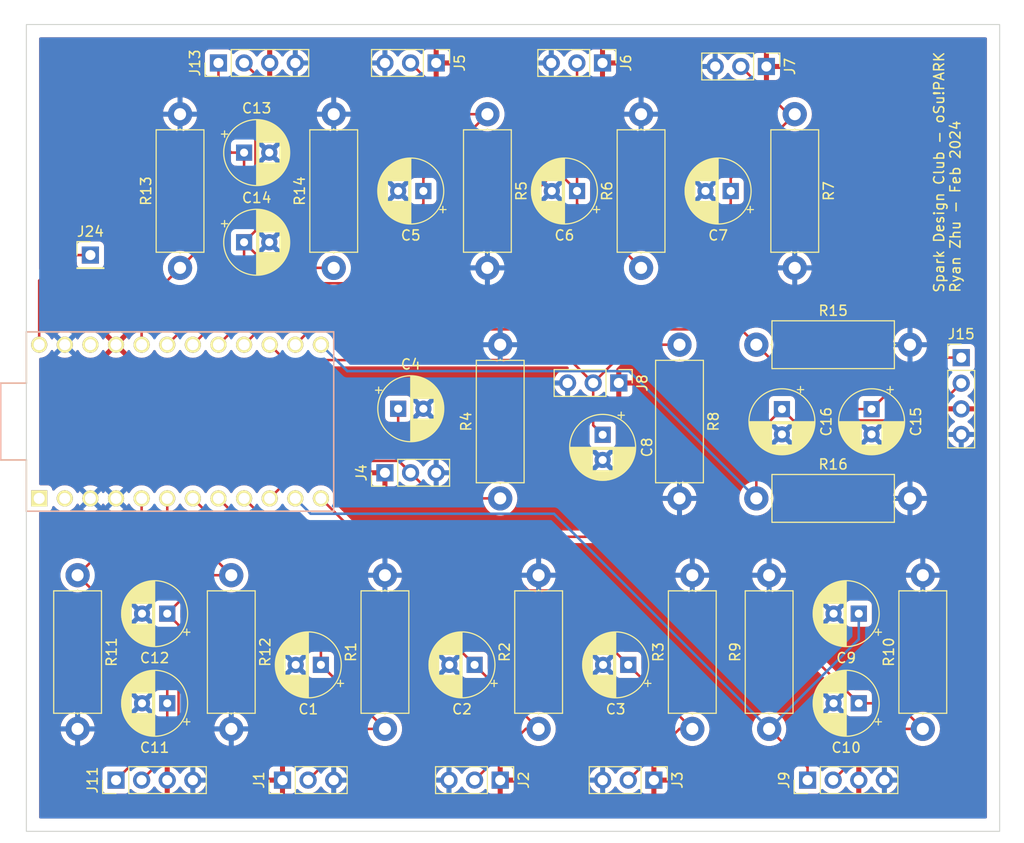
<source format=kicad_pcb>
(kicad_pcb (version 20221018) (generator pcbnew)
  (layers (0 "F.Cu" signal) (31 "B.Cu" signal) (34 "B.Paste" user) (35 "F.Paste" user) (36 "B.SilkS" user "B.Silkscreen") (37 "F.SilkS" user "F.Silkscreen") (38 "B.Mask" user) (39 "F.Mask" user) (44 "Edge.Cuts" user))
  (net 0 "")
  (net 1 "/Button_debouncer/Vout")
  (net 2 "GND")
  (net 3 "/Button_debouncer1/Vout")
  (net 4 "/Button_debouncer2/Vout")
  (net 5 "/Button_debouncer3/Vout")
  (net 6 "/Button_debouncer7/Vout")
  (net 7 "/Button_debouncer4/Vout")
  (net 8 "/Button_debouncer5/Vout")
  (net 9 "/Button_debouncer6/Vout")
  (net 10 "/Rotary Encoder/V_A")
  (net 11 "/Rotary Encoder/V_B")
  (net 12 "/Rotary Encoder1/V_A")
  (net 13 "/Rotary Encoder1/V_B")
  (net 14 "/Rotary Encoder2/V_A")
  (net 15 "/Rotary Encoder2/V_B")
  (net 16 "/Rotary Encoder3/V_A")
  (net 17 "/Rotary Encoder3/V_B")
  (net 18 "VCC")
  (net 22 "Net-(J24-Pin_1)")
  (footprint "Resistor_THT:R_Axial_DIN0414_L11.9mm_D4.5mm_P15.24mm_Horizontal" (layer "F.Cu") (at 167.64 132.08 90)
    (fp_text reference "R3" (at 7.62 -3.37 90) (layer "F.SilkS"))
    (fp_text value "R")
    (pad "1" thru_hole circle (at 0 0 90) (size 2.4 2.4) (drill 1.2) (layers "*.Cu" "*.Mask") (net 4 "/Button_debouncer2/Vout"))
    (pad "2" thru_hole oval (at 15.24 0 90) (size 2.4 2.4) (drill 1.2) (layers "*.Cu" "*.Mask") (net 2 "GND"))
  )
  (footprint "Capacitor_THT:CP_Radial_D6.3mm_P2.50mm" (layer "F.Cu") (at 185.42 100.37 -90)
    (fp_text reference "C15" (at 1.25 -4.4 90) (layer "F.SilkS"))
    (fp_text value "C_Polarized_US")
    (pad "1" thru_hole rect (at 0 0 270) (size 1.6 1.6) (drill 0.8) (layers "*.Cu" "*.Mask") (net 16 "/Rotary Encoder3/V_A"))
    (pad "2" thru_hole circle (at 2.5 0 270) (size 1.6 1.6) (drill 0.8) (layers "*.Cu" "*.Mask") (net 2 "GND"))
  )
  (footprint "Capacitor_THT:CP_Radial_D6.3mm_P2.50mm" (layer "F.Cu") (at 138.47 100.33)
    (fp_text reference "C4" (at 1.25 -4.4) (layer "F.SilkS"))
    (fp_text value "C_Polarized_US")
    (pad "1" thru_hole rect (at 0 0) (size 1.6 1.6) (drill 0.8) (layers "*.Cu" "*.Mask") (net 5 "/Button_debouncer3/Vout"))
    (pad "2" thru_hole circle (at 2.5 0) (size 1.6 1.6) (drill 0.8) (layers "*.Cu" "*.Mask") (net 2 "GND"))
  )
  (footprint "Connector_PinHeader_2.54mm:PinHeader_1x01_P2.54mm_Vertical" (layer "F.Cu") (at 107.95 85.09)
    (fp_text reference "J24" (at 0 -2.33) (layer "F.SilkS"))
    (fp_text value "Conn_01x01_Pin")
    (pad "1" thru_hole rect (at 0 0) (size 1.7 1.7) (drill 1) (layers "*.Cu" "*.Mask") (net 22 "Net-(J24-Pin_1)"))
  )
  (footprint "Capacitor_THT:CP_Radial_D6.3mm_P2.50mm" (layer "F.Cu") (at 156.21 78.74 180)
    (fp_text reference "C6" (at 1.25 -4.4) (layer "F.SilkS"))
    (fp_text value "C_Polarized_US")
    (pad "1" thru_hole rect (at 0 0 180) (size 1.6 1.6) (drill 0.8) (layers "*.Cu" "*.Mask") (net 8 "/Button_debouncer5/Vout"))
    (pad "2" thru_hole circle (at 2.5 0 180) (size 1.6 1.6) (drill 0.8) (layers "*.Cu" "*.Mask") (net 2 "GND"))
  )
  (footprint "Resistor_THT:R_Axial_DIN0414_L11.9mm_D4.5mm_P15.24mm_Horizontal" (layer "F.Cu") (at 152.4 132.08 90)
    (fp_text reference "R2" (at 7.62 -3.37 90) (layer "F.SilkS"))
    (fp_text value "R")
    (pad "1" thru_hole circle (at 0 0 90) (size 2.4 2.4) (drill 1.2) (layers "*.Cu" "*.Mask") (net 3 "/Button_debouncer1/Vout"))
    (pad "2" thru_hole oval (at 15.24 0 90) (size 2.4 2.4) (drill 1.2) (layers "*.Cu" "*.Mask") (net 2 "GND"))
  )
  (footprint "Capacitor_THT:CP_Radial_D6.3mm_P2.50mm" (layer "F.Cu") (at 123.19 83.82)
    (fp_text reference "C14" (at 1.25 -4.4) (layer "F.SilkS"))
    (fp_text value "C_Polarized_US")
    (pad "1" thru_hole rect (at 0 0) (size 1.6 1.6) (drill 0.8) (layers "*.Cu" "*.Mask") (net 15 "/Rotary Encoder2/V_B"))
    (pad "2" thru_hole circle (at 2.5 0) (size 1.6 1.6) (drill 0.8) (layers "*.Cu" "*.Mask") (net 2 "GND"))
  )
  (footprint "Capacitor_THT:CP_Radial_D6.3mm_P2.50mm" (layer "F.Cu") (at 184.15 129.54 180)
    (fp_text reference "C10" (at 1.25 -4.4) (layer "F.SilkS"))
    (fp_text value "C_Polarized_US")
    (pad "1" thru_hole rect (at 0 0 180) (size 1.6 1.6) (drill 0.8) (layers "*.Cu" "*.Mask") (net 11 "/Rotary Encoder/V_B"))
    (pad "2" thru_hole circle (at 2.5 0 180) (size 1.6 1.6) (drill 0.8) (layers "*.Cu" "*.Mask") (net 2 "GND"))
  )
  (footprint "Connector_PinHeader_2.54mm:PinHeader_1x03_P2.54mm_Vertical" (layer "F.Cu") (at 127 137.16 90)
    (fp_text reference "J1" (at 0 -2.33 90) (layer "F.SilkS"))
    (fp_text value "Conn_01x03_Pin")
    (pad "1" thru_hole rect (at 0 0 90) (size 1.7 1.7) (drill 1) (layers "*.Cu" "*.Mask") (net 18 "VCC"))
    (pad "2" thru_hole oval (at 0 2.54 90) (size 1.7 1.7) (drill 1) (layers "*.Cu" "*.Mask") (net 1 "/Button_debouncer/Vout"))
    (pad "3" thru_hole oval (at 0 5.08 90) (size 1.7 1.7) (drill 1) (layers "*.Cu" "*.Mask") (net 2 "GND"))
  )
  (footprint "Resistor_THT:R_Axial_DIN0414_L11.9mm_D4.5mm_P15.24mm_Horizontal" (layer "F.Cu") (at 116.84 86.36 90)
    (fp_text reference "R13" (at 7.62 -3.37 90) (layer "F.SilkS"))
    (fp_text value "R")
    (pad "1" thru_hole circle (at 0 0 90) (size 2.4 2.4) (drill 1.2) (layers "*.Cu" "*.Mask") (net 14 "/Rotary Encoder2/V_A"))
    (pad "2" thru_hole oval (at 15.24 0 90) (size 2.4 2.4) (drill 1.2) (layers "*.Cu" "*.Mask") (net 2 "GND"))
  )
  (footprint "Capacitor_THT:CP_Radial_D6.3mm_P2.50mm" (layer "F.Cu") (at 123.19 74.93)
    (fp_text reference "C13" (at 1.25 -4.4) (layer "F.SilkS"))
    (fp_text value "C_Polarized_US")
    (pad "1" thru_hole rect (at 0 0) (size 1.6 1.6) (drill 0.8) (layers "*.Cu" "*.Mask") (net 14 "/Rotary Encoder2/V_A"))
    (pad "2" thru_hole circle (at 2.5 0) (size 1.6 1.6) (drill 0.8) (layers "*.Cu" "*.Mask") (net 2 "GND"))
  )
  (footprint "Resistor_THT:R_Axial_DIN0414_L11.9mm_D4.5mm_P15.24mm_Horizontal" (layer "F.Cu") (at 106.68 116.84 -90)
    (fp_text reference "R11" (at 7.62 -3.37 90) (layer "F.SilkS"))
    (fp_text value "R")
    (pad "1" thru_hole circle (at 0 0 270) (size 2.4 2.4) (drill 1.2) (layers "*.Cu" "*.Mask") (net 12 "/Rotary Encoder1/V_A"))
    (pad "2" thru_hole oval (at 15.24 0 270) (size 2.4 2.4) (drill 1.2) (layers "*.Cu" "*.Mask") (net 2 "GND"))
  )
  (footprint "Resistor_THT:R_Axial_DIN0414_L11.9mm_D4.5mm_P15.24mm_Horizontal" (layer "F.Cu") (at 166.37 93.98 -90)
    (fp_text reference "R8" (at 7.62 -3.37 90) (layer "F.SilkS"))
    (fp_text value "R")
    (pad "1" thru_hole circle (at 0 0 270) (size 2.4 2.4) (drill 1.2) (layers "*.Cu" "*.Mask") (net 6 "/Button_debouncer7/Vout"))
    (pad "2" thru_hole oval (at 15.24 0 270) (size 2.4 2.4) (drill 1.2) (layers "*.Cu" "*.Mask") (net 2 "GND"))
  )
  (footprint "Capacitor_THT:CP_Radial_D6.3mm_P2.50mm" (layer "F.Cu") (at 140.97 78.74 180)
    (fp_text reference "C5" (at 1.25 -4.4) (layer "F.SilkS"))
    (fp_text value "C_Polarized_US")
    (pad "1" thru_hole rect (at 0 0 180) (size 1.6 1.6) (drill 0.8) (layers "*.Cu" "*.Mask") (net 7 "/Button_debouncer4/Vout"))
    (pad "2" thru_hole circle (at 2.5 0 180) (size 1.6 1.6) (drill 0.8) (layers "*.Cu" "*.Mask") (net 2 "GND"))
  )
  (footprint "Resistor_THT:R_Axial_DIN0414_L11.9mm_D4.5mm_P15.24mm_Horizontal" (layer "F.Cu") (at 175.26 132.08 90)
    (fp_text reference "R9" (at 7.62 -3.37 90) (layer "F.SilkS"))
    (fp_text value "R")
    (pad "1" thru_hole circle (at 0 0 90) (size 2.4 2.4) (drill 1.2) (layers "*.Cu" "*.Mask") (net 10 "/Rotary Encoder/V_A"))
    (pad "2" thru_hole oval (at 15.24 0 90) (size 2.4 2.4) (drill 1.2) (layers "*.Cu" "*.Mask") (net 2 "GND"))
  )
  (footprint "Resistor_THT:R_Axial_DIN0414_L11.9mm_D4.5mm_P15.24mm_Horizontal" (layer "F.Cu") (at 190.5 132.08 90)
    (fp_text reference "R10" (at 7.62 -3.37 90) (layer "F.SilkS"))
    (fp_text value "R")
    (pad "1" thru_hole circle (at 0 0 90) (size 2.4 2.4) (drill 1.2) (layers "*.Cu" "*.Mask") (net 11 "/Rotary Encoder/V_B"))
    (pad "2" thru_hole oval (at 15.24 0 90) (size 2.4 2.4) (drill 1.2) (layers "*.Cu" "*.Mask") (net 2 "GND"))
  )
  (footprint "Resistor_THT:R_Axial_DIN0414_L11.9mm_D4.5mm_P15.24mm_Horizontal" (layer "F.Cu") (at 132.08 86.36 90)
    (fp_text reference "R14" (at 7.62 -3.37 90) (layer "F.SilkS"))
    (fp_text value "R")
    (pad "1" thru_hole circle (at 0 0 90) (size 2.4 2.4) (drill 1.2) (layers "*.Cu" "*.Mask") (net 15 "/Rotary Encoder2/V_B"))
    (pad "2" thru_hole oval (at 15.24 0 90) (size 2.4 2.4) (drill 1.2) (layers "*.Cu" "*.Mask") (net 2 "GND"))
  )
  (footprint "Capacitor_THT:CP_Radial_D6.3mm_P2.50mm" (layer "F.Cu") (at 161.29 125.73 180)
    (fp_text reference "C3" (at 1.25 -4.4) (layer "F.SilkS"))
    (fp_text value "C_Polarized_US")
    (pad "1" thru_hole rect (at 0 0 180) (size 1.6 1.6) (drill 0.8) (layers "*.Cu" "*.Mask") (net 4 "/Button_debouncer2/Vout"))
    (pad "2" thru_hole circle (at 2.5 0 180) (size 1.6 1.6) (drill 0.8) (layers "*.Cu" "*.Mask") (net 2 "GND"))
  )
  (footprint "Resistor_THT:R_Axial_DIN0414_L11.9mm_D4.5mm_P15.24mm_Horizontal" (layer "F.Cu") (at 147.32 71.12 -90)
    (fp_text reference "R5" (at 7.62 -3.37 90) (layer "F.SilkS"))
    (fp_text value "R")
    (pad "1" thru_hole circle (at 0 0 270) (size 2.4 2.4) (drill 1.2) (layers "*.Cu" "*.Mask") (net 7 "/Button_debouncer4/Vout"))
    (pad "2" thru_hole oval (at 15.24 0 270) (size 2.4 2.4) (drill 1.2) (layers "*.Cu" "*.Mask") (net 2 "GND"))
  )
  (footprint "Resistor_THT:R_Axial_DIN0414_L11.9mm_D4.5mm_P15.24mm_Horizontal" (layer "F.Cu") (at 162.56 86.36 90)
    (fp_text reference "R6" (at 7.62 -3.37 90) (layer "F.SilkS"))
    (fp_text value "R")
    (pad "1" thru_hole circle (at 0 0 90) (size 2.4 2.4) (drill 1.2) (layers "*.Cu" "*.Mask") (net 8 "/Button_debouncer5/Vout"))
    (pad "2" thru_hole oval (at 15.24 0 90) (size 2.4 2.4) (drill 1.2) (layers "*.Cu" "*.Mask") (net 2 "GND"))
  )
  (footprint "Connector_PinHeader_2.54mm:PinHeader_1x04_P2.54mm_Vertical" (layer "F.Cu") (at 110.49 137.16 90)
    (fp_text reference "J11" (at 0 -2.33 90) (layer "F.SilkS"))
    (fp_text value "Conn_01x04_Pin")
    (pad "1" thru_hole rect (at 0 0 90) (size 1.7 1.7) (drill 1) (layers "*.Cu" "*.Mask") (net 12 "/Rotary Encoder1/V_A"))
    (pad "2" thru_hole oval (at 0 2.54 90) (size 1.7 1.7) (drill 1) (layers "*.Cu" "*.Mask") (net 13 "/Rotary Encoder1/V_B"))
    (pad "3" thru_hole oval (at 0 5.08 90) (size 1.7 1.7) (drill 1) (layers "*.Cu" "*.Mask") (net 18 "VCC"))
    (pad "4" thru_hole oval (at 0 7.62 90) (size 1.7 1.7) (drill 1) (layers "*.Cu" "*.Mask") (net 2 "GND"))
  )
  (footprint "Connector_PinHeader_2.54mm:PinHeader_1x04_P2.54mm_Vertical" (layer "F.Cu") (at 179.07 137.16 90)
    (fp_text reference "J9" (at 0 -2.33 90) (layer "F.SilkS"))
    (fp_text value "Conn_01x04_Pin")
    (pad "1" thru_hole rect (at 0 0 90) (size 1.7 1.7) (drill 1) (layers "*.Cu" "*.Mask") (net 10 "/Rotary Encoder/V_A"))
    (pad "2" thru_hole oval (at 0 2.54 90) (size 1.7 1.7) (drill 1) (layers "*.Cu" "*.Mask") (net 11 "/Rotary Encoder/V_B"))
    (pad "3" thru_hole oval (at 0 5.08 90) (size 1.7 1.7) (drill 1) (layers "*.Cu" "*.Mask") (net 18 "VCC"))
    (pad "4" thru_hole oval (at 0 7.62 90) (size 1.7 1.7) (drill 1) (layers "*.Cu" "*.Mask") (net 2 "GND"))
  )
  (footprint "Connector_PinHeader_2.54mm:PinHeader_1x03_P2.54mm_Vertical" (layer "F.Cu") (at 137.16 106.68 90)
    (fp_text reference "J4" (at 0 -2.33 90) (layer "F.SilkS"))
    (fp_text value "Conn_01x03_Pin")
    (pad "1" thru_hole rect (at 0 0 90) (size 1.7 1.7) (drill 1) (layers "*.Cu" "*.Mask") (net 18 "VCC"))
    (pad "2" thru_hole oval (at 0 2.54 90) (size 1.7 1.7) (drill 1) (layers "*.Cu" "*.Mask") (net 5 "/Button_debouncer3/Vout"))
    (pad "3" thru_hole oval (at 0 5.08 90) (size 1.7 1.7) (drill 1) (layers "*.Cu" "*.Mask") (net 2 "GND"))
  )
  (footprint "Resistor_THT:R_Axial_DIN0414_L11.9mm_D4.5mm_P15.24mm_Horizontal" (layer "F.Cu") (at 177.8 71.12 -90)
    (fp_text reference "R7" (at 7.62 -3.37 90) (layer "F.SilkS"))
    (fp_text value "R")
    (pad "1" thru_hole circle (at 0 0 270) (size 2.4 2.4) (drill 1.2) (layers "*.Cu" "*.Mask") (net 9 "/Button_debouncer6/Vout"))
    (pad "2" thru_hole oval (at 15.24 0 270) (size 2.4 2.4) (drill 1.2) (layers "*.Cu" "*.Mask") (net 2 "GND"))
  )
  (footprint "Capacitor_THT:CP_Radial_D6.3mm_P2.50mm" (layer "F.Cu") (at 146.05 125.73 180)
    (fp_text reference "C2" (at 1.25 -4.4) (layer "F.SilkS"))
    (fp_text value "C_Polarized_US")
    (pad "1" thru_hole rect (at 0 0 180) (size 1.6 1.6) (drill 0.8) (layers "*.Cu" "*.Mask") (net 3 "/Button_debouncer1/Vout"))
    (pad "2" thru_hole circle (at 2.5 0 180) (size 1.6 1.6) (drill 0.8) (layers "*.Cu" "*.Mask") (net 2 "GND"))
  )
  (footprint "Capacitor_THT:CP_Radial_D6.3mm_P2.50mm" (layer "F.Cu") (at 115.57 120.65 180)
    (fp_text reference "C12" (at 1.25 -4.4) (layer "F.SilkS"))
    (fp_text value "C_Polarized_US")
    (pad "1" thru_hole rect (at 0 0 180) (size 1.6 1.6) (drill 0.8) (layers "*.Cu" "*.Mask") (net 13 "/Rotary Encoder1/V_B"))
    (pad "2" thru_hole circle (at 2.5 0 180) (size 1.6 1.6) (drill 0.8) (layers "*.Cu" "*.Mask") (net 2 "GND"))
  )
  (footprint "Capacitor_THT:CP_Radial_D6.3mm_P2.50mm" (layer "F.Cu") (at 171.45 78.74 180)
    (fp_text reference "C7" (at 1.25 -4.4) (layer "F.SilkS"))
    (fp_text value "C_Polarized_US")
    (pad "1" thru_hole rect (at 0 0 180) (size 1.6 1.6) (drill 0.8) (layers "*.Cu" "*.Mask") (net 9 "/Button_debouncer6/Vout"))
    (pad "2" thru_hole circle (at 2.5 0 180) (size 1.6 1.6) (drill 0.8) (layers "*.Cu" "*.Mask") (net 2 "GND"))
  )
  (footprint "Capacitor_THT:CP_Radial_D6.3mm_P2.50mm" (layer "F.Cu") (at 115.57 129.54 180)
    (fp_text reference "C11" (at 1.25 -4.4) (layer "F.SilkS"))
    (fp_text value "C_Polarized_US")
    (pad "1" thru_hole rect (at 0 0 180) (size 1.6 1.6) (drill 0.8) (layers "*.Cu" "*.Mask") (net 12 "/Rotary Encoder1/V_A"))
    (pad "2" thru_hole circle (at 2.5 0 180) (size 1.6 1.6) (drill 0.8) (layers "*.Cu" "*.Mask") (net 2 "GND"))
  )
  (footprint "Capacitor_THT:CP_Radial_D6.3mm_P2.50mm" (layer "F.Cu") (at 176.53 100.37 -90)
    (fp_text reference "C16" (at 1.25 -4.4 90) (layer "F.SilkS"))
    (fp_text value "C_Polarized_US")
    (pad "1" thru_hole rect (at 0 0 270) (size 1.6 1.6) (drill 0.8) (layers "*.Cu" "*.Mask") (net 17 "/Rotary Encoder3/V_B"))
    (pad "2" thru_hole circle (at 2.5 0 270) (size 1.6 1.6) (drill 0.8) (layers "*.Cu" "*.Mask") (net 2 "GND"))
  )
  (footprint "Connector_PinHeader_2.54mm:PinHeader_1x03_P2.54mm_Vertical" (layer "F.Cu") (at 142.24 66.04 -90)
    (fp_text reference "J5" (at 0 -2.33 90) (layer "F.SilkS"))
    (fp_text value "Conn_01x03_Pin")
    (pad "1" thru_hole rect (at 0 0 270) (size 1.7 1.7) (drill 1) (layers "*.Cu" "*.Mask") (net 18 "VCC"))
    (pad "2" thru_hole oval (at 0 2.54 270) (size 1.7 1.7) (drill 1) (layers "*.Cu" "*.Mask") (net 7 "/Button_debouncer4/Vout"))
    (pad "3" thru_hole oval (at 0 5.08 270) (size 1.7 1.7) (drill 1) (layers "*.Cu" "*.Mask") (net 2 "GND"))
  )
  (footprint "arduino_pro_micro:ProMicro" (layer "F.Cu") (at 116.84 101.6)
    (fp_text reference "U1" hide)
    (fp_text value "ProMicro")
    (pad "1" thru_hole rect (at -13.97 7.62) (size 1.6 1.6) (drill 1.1) (layers "*.Cu" "*.Mask" "F.SilkS"))
    (pad "2" thru_hole circle (at -11.43 7.62) (size 1.6 1.6) (drill 1.1) (layers "*.Cu" "*.Mask" "F.SilkS"))
    (pad "3" thru_hole circle (at -8.89 7.62) (size 1.6 1.6) (drill 1.1) (layers "*.Cu" "*.Mask" "F.SilkS") (net 2 "GND"))
    (pad "4" thru_hole circle (at -6.35 7.62) (size 1.6 1.6) (drill 1.1) (layers "*.Cu" "*.Mask" "F.SilkS") (net 2 "GND"))
    (pad "5" thru_hole circle (at -3.81 7.62) (size 1.6 1.6) (drill 1.1) (layers "*.Cu" "*.Mask" "F.SilkS") (net 12 "/Rotary Encoder1/V_A"))
    (pad "6" thru_hole circle (at -1.27 7.62) (size 1.6 1.6) (drill 1.1) (layers "*.Cu" "*.Mask" "F.SilkS") (net 13 "/Rotary Encoder1/V_B"))
    (pad "7" thru_hole circle (at 1.27 7.62) (size 1.6 1.6) (drill 1.1) (layers "*.Cu" "*.Mask" "F.SilkS") (net 1 "/Button_debouncer/Vout"))
    (pad "8" thru_hole circle (at 3.81 7.62) (size 1.6 1.6) (drill 1.1) (layers "*.Cu" "*.Mask" "F.SilkS") (net 3 "/Button_debouncer1/Vout"))
    (pad "9" thru_hole circle (at 6.35 7.62) (size 1.6 1.6) (drill 1.1) (layers "*.Cu" "*.Mask" "F.SilkS") (net 4 "/Button_debouncer2/Vout"))
    (pad "10" thru_hole circle (at 8.89 7.62) (size 1.6 1.6) (drill 1.1) (layers "*.Cu" "*.Mask" "F.SilkS") (net 5 "/Button_debouncer3/Vout"))
    (pad "11" thru_hole circle (at 11.43 7.62) (size 1.6 1.6) (drill 1.1) (layers "*.Cu" "*.Mask" "F.SilkS") (net 10 "/Rotary Encoder/V_A"))
    (pad "12" thru_hole circle (at 13.97 7.62) (size 1.6 1.6) (drill 1.1) (layers "*.Cu" "*.Mask" "F.SilkS") (net 11 "/Rotary Encoder/V_B"))
    (pad "13" thru_hole circle (at 13.97 -7.62) (size 1.6 1.6) (drill 1.1) (layers "*.Cu" "*.Mask" "F.SilkS") (net 17 "/Rotary Encoder3/V_B"))
    (pad "14" thru_hole circle (at 11.43 -7.62) (size 1.6 1.6) (drill 1.1) (layers "*.Cu" "*.Mask" "F.SilkS") (net 16 "/Rotary Encoder3/V_A"))
    (pad "15" thru_hole circle (at 8.89 -7.62) (size 1.6 1.6) (drill 1.1) (layers "*.Cu" "*.Mask" "F.SilkS") (net 6 "/Button_debouncer7/Vout"))
    (pad "16" thru_hole circle (at 6.35 -7.62) (size 1.6 1.6) (drill 1.1) (layers "*.Cu" "*.Mask" "F.SilkS") (net 9 "/Button_debouncer6/Vout"))
    (pad "17" thru_hole circle (at 3.81 -7.62) (size 1.6 1.6) (drill 1.1) (layers "*.Cu" "*.Mask" "F.SilkS") (net 8 "/Button_debouncer5/Vout"))
    (pad "18" thru_hole circle (at 1.27 -7.62) (size 1.6 1.6) (drill 1.1) (layers "*.Cu" "*.Mask" "F.SilkS") (net 7 "/Button_debouncer4/Vout"))
    (pad "19" thru_hole circle (at -1.27 -7.62) (size 1.6 1.6) (drill 1.1) (layers "*.Cu" "*.Mask" "F.SilkS") (net 15 "/Rotary Encoder2/V_B"))
    (pad "20" thru_hole circle (at -3.81 -7.62) (size 1.6 1.6) (drill 1.1) (layers "*.Cu" "*.Mask" "F.SilkS") (net 14 "/Rotary Encoder2/V_A"))
    (pad "21" thru_hole circle (at -6.35 -7.62) (size 1.6 1.6) (drill 1.1) (layers "*.Cu" "*.Mask" "F.SilkS") (net 18 "VCC"))
    (pad "22" thru_hole circle (at -8.89 -7.62) (size 1.6 1.6) (drill 1.1) (layers "*.Cu" "*.Mask" "F.SilkS"))
    (pad "23" thru_hole circle (at -11.43 -7.62) (size 1.6 1.6) (drill 1.1) (layers "*.Cu" "*.Mask" "F.SilkS") (net 2 "GND"))
    (pad "24" thru_hole circle (at -13.97 -7.62) (size 1.6 1.6) (drill 1.1) (layers "*.Cu" "*.Mask" "F.SilkS") (net 22 "Net-(J24-Pin_1)"))
  )
  (footprint "Resistor_THT:R_Axial_DIN0414_L11.9mm_D4.5mm_P15.24mm_Horizontal" (layer "F.Cu") (at 173.99 109.22)
    (fp_text reference "R16" (at 7.62 -3.37) (layer "F.SilkS"))
    (fp_text value "R")
    (pad "1" thru_hole circle (at 0 0) (size 2.4 2.4) (drill 1.2) (layers "*.Cu" "*.Mask") (net 17 "/Rotary Encoder3/V_B"))
    (pad "2" thru_hole oval (at 15.24 0) (size 2.4 2.4) (drill 1.2) (layers "*.Cu" "*.Mask") (net 2 "GND"))
  )
  (footprint "Connector_PinHeader_2.54mm:PinHeader_1x03_P2.54mm_Vertical" (layer "F.Cu") (at 174.99 66.39 -90)
    (fp_text reference "J7" (at 0 -2.33 90) (layer "F.SilkS"))
    (fp_text value "Conn_01x03_Pin")
    (pad "1" thru_hole rect (at 0 0 270) (size 1.7 1.7) (drill 1) (layers "*.Cu" "*.Mask") (net 18 "VCC"))
    (pad "2" thru_hole oval (at 0 2.54 270) (size 1.7 1.7) (drill 1) (layers "*.Cu" "*.Mask") (net 9 "/Button_debouncer6/Vout"))
    (pad "3" thru_hole oval (at 0 5.08 270) (size 1.7 1.7) (drill 1) (layers "*.Cu" "*.Mask") (net 2 "GND"))
  )
  (footprint "Connector_PinHeader_2.54mm:PinHeader_1x04_P2.54mm_Vertical" (layer "F.Cu") (at 120.65 66.04 90)
    (fp_text reference "J13" (at 0 -2.33 90) (layer "F.SilkS"))
    (fp_text value "Conn_01x04_Pin")
    (pad "1" thru_hole rect (at 0 0 90) (size 1.7 1.7) (drill 1) (layers "*.Cu" "*.Mask") (net 14 "/Rotary Encoder2/V_A"))
    (pad "2" thru_hole oval (at 0 2.54 90) (size 1.7 1.7) (drill 1) (layers "*.Cu" "*.Mask") (net 15 "/Rotary Encoder2/V_B"))
    (pad "3" thru_hole oval (at 0 5.08 90) (size 1.7 1.7) (drill 1) (layers "*.Cu" "*.Mask") (net 18 "VCC"))
    (pad "4" thru_hole oval (at 0 7.62 90) (size 1.7 1.7) (drill 1) (layers "*.Cu" "*.Mask") (net 2 "GND"))
  )
  (footprint "Capacitor_THT:CP_Radial_D6.3mm_P2.50mm" (layer "F.Cu") (at 130.81 125.73 180)
    (fp_text reference "C1" (at 1.25 -4.4) (layer "F.SilkS"))
    (fp_text value "C_Polarized_US")
    (pad "1" thru_hole rect (at 0 0 180) (size 1.6 1.6) (drill 0.8) (layers "*.Cu" "*.Mask") (net 1 "/Button_debouncer/Vout"))
    (pad "2" thru_hole circle (at 2.5 0 180) (size 1.6 1.6) (drill 0.8) (layers "*.Cu" "*.Mask") (net 2 "GND"))
  )
  (footprint "Resistor_THT:R_Axial_DIN0414_L11.9mm_D4.5mm_P15.24mm_Horizontal" (layer "F.Cu") (at 173.99 93.98)
    (fp_text reference "R15" (at 7.62 -3.37) (layer "F.SilkS"))
    (fp_text value "R")
    (pad "1" thru_hole circle (at 0 0) (size 2.4 2.4) (drill 1.2) (layers "*.Cu" "*.Mask") (net 16 "/Rotary Encoder3/V_A"))
    (pad "2" thru_hole oval (at 15.24 0) (size 2.4 2.4) (drill 1.2) (layers "*.Cu" "*.Mask") (net 2 "GND"))
  )
  (footprint "Resistor_THT:R_Axial_DIN0414_L11.9mm_D4.5mm_P15.24mm_Horizontal" (layer "F.Cu") (at 121.92 116.84 -90)
    (fp_text reference "R12" (at 7.62 -3.37 90) (layer "F.SilkS"))
    (fp_text value "R")
    (pad "1" thru_hole circle (at 0 0 270) (size 2.4 2.4) (drill 1.2) (layers "*.Cu" "*.Mask") (net 13 "/Rotary Encoder1/V_B"))
    (pad "2" thru_hole oval (at 15.24 0 270) (size 2.4 2.4) (drill 1.2) (layers "*.Cu" "*.Mask") (net 2 "GND"))
  )
  (footprint "Capacitor_THT:CP_Radial_D6.3mm_P2.50mm" (layer "F.Cu") (at 158.75 102.91 -90)
    (fp_text reference "C8" (at 1.25 -4.4 90) (layer "F.SilkS"))
    (fp_text value "C_Polarized_US")
    (pad "1" thru_hole rect (at 0 0 270) (size 1.6 1.6) (drill 0.8) (layers "*.Cu" "*.Mask") (net 6 "/Button_debouncer7/Vout"))
    (pad "2" thru_hole circle (at 2.5 0 270) (size 1.6 1.6) (drill 0.8) (layers "*.Cu" "*.Mask") (net 2 "GND"))
  )
  (footprint "Connector_PinHeader_2.54mm:PinHeader_1x03_P2.54mm_Vertical" (layer "F.Cu") (at 160.35 97.774759 -90)
    (fp_text reference "J8" (at 0 -2.33 90) (layer "F.SilkS"))
    (fp_text value "Conn_01x03_Pin")
    (pad "1" thru_hole rect (at 0 0 270) (size 1.7 1.7) (drill 1) (layers "*.Cu" "*.Mask") (net 18 "VCC"))
    (pad "2" thru_hole oval (at 0 2.54 270) (size 1.7 1.7) (drill 1) (layers "*.Cu" "*.Mask") (net 6 "/Button_debouncer7/Vout"))
    (pad "3" thru_hole oval (at 0 5.08 270) (size 1.7 1.7) (drill 1) (layers "*.Cu" "*.Mask") (net 2 "GND"))
  )
  (footprint "Connector_PinHeader_2.54mm:PinHeader_1x03_P2.54mm_Vertical" (layer "F.Cu") (at 163.83 137.16 -90)
    (fp_text reference "J3" (at 0 -2.33 90) (layer "F.SilkS"))
    (fp_text value "Conn_01x03_Pin")
    (pad "1" thru_hole rect (at 0 0 270) (size 1.7 1.7) (drill 1) (layers "*.Cu" "*.Mask") (net 18 "VCC"))
    (pad "2" thru_hole oval (at 0 2.54 270) (size 1.7 1.7) (drill 1) (layers "*.Cu" "*.Mask") (net 4 "/Button_debouncer2/Vout"))
    (pad "3" thru_hole oval (at 0 5.08 270) (size 1.7 1.7) (drill 1) (layers "*.Cu" "*.Mask") (net 2 "GND"))
  )
  (footprint "Resistor_THT:R_Axial_DIN0414_L11.9mm_D4.5mm_P15.24mm_Horizontal" (layer "F.Cu") (at 148.59 109.22 90)
    (fp_text reference "R4" (at 7.62 -3.37 90) (layer "F.SilkS"))
    (fp_text value "R")
    (pad "1" thru_hole circle (at 0 0 90) (size 2.4 2.4) (drill 1.2) (layers "*.Cu" "*.Mask") (net 5 "/Button_debouncer3/Vout"))
    (pad "2" thru_hole oval (at 15.24 0 90) (size 2.4 2.4) (drill 1.2) (layers "*.Cu" "*.Mask") (net 2 "GND"))
  )
  (footprint "Connector_PinHeader_2.54mm:PinHeader_1x03_P2.54mm_Vertical" (layer "F.Cu") (at 148.59 137.16 -90)
    (fp_text reference "J2" (at 0 -2.33 90) (layer "F.SilkS"))
    (fp_text value "Conn_01x03_Pin")
    (pad "1" thru_hole rect (at 0 0 270) (size 1.7 1.7) (drill 1) (layers "*.Cu" "*.Mask") (net 18 "VCC"))
    (pad "2" thru_hole oval (at 0 2.54 270) (size 1.7 1.7) (drill 1) (layers "*.Cu" "*.Mask") (net 3 "/Button_debouncer1/Vout"))
    (pad "3" thru_hole oval (at 0 5.08 270) (size 1.7 1.7) (drill 1) (layers "*.Cu" "*.Mask") (net 2 "GND"))
  )
  (footprint "Resistor_THT:R_Axial_DIN0414_L11.9mm_D4.5mm_P15.24mm_Horizontal" (layer "F.Cu") (at 137.16 132.08 90)
    (fp_text reference "R1" (at 7.62 -3.37 90) (layer "F.SilkS"))
    (fp_text value "R")
    (pad "1" thru_hole circle (at 0 0 90) (size 2.4 2.4) (drill 1.2) (layers "*.Cu" "*.Mask") (net 1 "/Button_debouncer/Vout"))
    (pad "2" thru_hole oval (at 15.24 0 90) (size 2.4 2.4) (drill 1.2) (layers "*.Cu" "*.Mask") (net 2 "GND"))
  )
  (footprint "Connector_PinHeader_2.54mm:PinHeader_1x03_P2.54mm_Vertical" (layer "F.Cu") (at 158.735 66.04 -90)
    (fp_text reference "J6" (at 0 -2.33 90) (layer "F.SilkS"))
    (fp_text value "Conn_01x03_Pin")
    (pad "1" thru_hole rect (at 0 0 270) (size 1.7 1.7) (drill 1) (layers "*.Cu" "*.Mask") (net 18 "VCC"))
    (pad "2" thru_hole oval (at 0 2.54 270) (size 1.7 1.7) (drill 1) (layers "*.Cu" "*.Mask") (net 8 "/Button_debouncer5/Vout"))
    (pad "3" thru_hole oval (at 0 5.08 270) (size 1.7 1.7) (drill 1) (layers "*.Cu" "*.Mask") (net 2 "GND"))
  )
  (footprint "Connector_PinHeader_2.54mm:PinHeader_1x04_P2.54mm_Vertical" (layer "F.Cu") (at 194.31 95.26)
    (fp_text reference "J15" (at 0 -2.33) (layer "F.SilkS"))
    (fp_text value "Conn_01x04_Pin")
    (pad "1" thru_hole rect (at 0 0) (size 1.7 1.7) (drill 1) (layers "*.Cu" "*.Mask") (net 16 "/Rotary Encoder3/V_A"))
    (pad "2" thru_hole oval (at 0 2.54) (size 1.7 1.7) (drill 1) (layers "*.Cu" "*.Mask") (net 17 "/Rotary Encoder3/V_B"))
    (pad "3" thru_hole oval (at 0 5.08) (size 1.7 1.7) (drill 1) (layers "*.Cu" "*.Mask") (net 18 "VCC"))
    (pad "4" thru_hole oval (at 0 7.62) (size 1.7 1.7) (drill 1) (layers "*.Cu" "*.Mask") (net 2 "GND"))
  )
  (footprint "Capacitor_THT:CP_Radial_D6.3mm_P2.50mm" (layer "F.Cu") (at 184.15 120.65 180)
    (fp_text reference "C9" (at 1.25 -4.4) (layer "F.SilkS"))
    (fp_text value "C_Polarized_US")
    (pad "1" thru_hole rect (at 0 0 180) (size 1.6 1.6) (drill 0.8) (layers "*.Cu" "*.Mask") (net 10 "/Rotary Encoder/V_A"))
    (pad "2" thru_hole circle (at 2.5 0 180) (size 1.6 1.6) (drill 0.8) (layers "*.Cu" "*.Mask") (net 2 "GND"))
  )
  (gr_rect (start 101.6 62.23) (end 198.12 142.24) (stroke (width 0.1)) (fill none) (layer "Edge.Cuts"))
  (gr_text "Spark Design Club - oSu!PARK\nRyan Zhu - Feb 2024" (at 194.31 88.9 90) (layer "F.SilkS") (effects (font (size 1 1)) (justify left bottom)))
  (segment (start 130.81 125.73) (end 137.16 132.08) (width 0.25) (layer "F.Cu") (net 1))
  (segment (start 130.81 121.92) (end 118.11 109.22) (width 0.25) (layer "F.Cu") (net 1))
  (segment (start 134.62 132.08) (end 129.54 137.16) (width 0.25) (layer "F.Cu") (net 1))
  (segment (start 137.16 132.08) (end 134.62 132.08) (width 0.25) (layer "F.Cu") (net 1))
  (segment (start 130.81 125.73) (end 130.81 121.92) (width 0.25) (layer "F.Cu") (net 1))
  (segment (start 140.97 120.65) (end 132.08 120.65) (width 0.25) (layer "F.Cu") (net 3))
  (segment (start 146.05 125.73) (end 152.4 132.08) (width 0.25) (layer "F.Cu") (net 3))
  (segment (start 132.08 120.65) (end 120.65 109.22) (width 0.25) (layer "F.Cu") (net 3))
  (segment (start 151.13 132.08) (end 146.05 137.16) (width 0.25) (layer "F.Cu") (net 3))
  (segment (start 146.05 125.73) (end 140.97 120.65) (width 0.25) (layer "F.Cu") (net 3))
  (segment (start 152.4 132.08) (end 151.13 132.08) (width 0.25) (layer "F.Cu") (net 3))
  (segment (start 147.32 114.3) (end 128.27 114.3) (width 0.25) (layer "F.Cu") (net 4))
  (segment (start 167.64 132.08) (end 161.29 125.73) (width 0.25) (layer "F.Cu") (net 4))
  (segment (start 153.925 118.365) (end 151.385 118.365) (width 0.25) (layer "F.Cu") (net 4))
  (segment (start 166.37 132.08) (end 161.29 137.16) (width 0.25) (layer "F.Cu") (net 4))
  (segment (start 128.27 114.3) (end 123.19 109.22) (width 0.25) (layer "F.Cu") (net 4))
  (segment (start 161.29 125.73) (end 153.925 118.365) (width 0.25) (layer "F.Cu") (net 4))
  (segment (start 151.385 118.365) (end 147.32 114.3) (width 0.25) (layer "F.Cu") (net 4))
  (segment (start 167.64 132.08) (end 166.37 132.08) (width 0.25) (layer "F.Cu") (net 4))
  (segment (start 139.7 106.68) (end 142.24 109.22) (width 0.25) (layer "F.Cu") (net 5))
  (segment (start 125.73 109.22) (end 129.445 105.505) (width 0.25) (layer "F.Cu") (net 5))
  (segment (start 138.525 105.505) (end 139.7 106.68) (width 0.25) (layer "F.Cu") (net 5))
  (segment (start 138.47 100.33) (end 138.47 105.45) (width 0.25) (layer "F.Cu") (net 5))
  (segment (start 142.24 109.22) (end 148.59 109.22) (width 0.25) (layer "F.Cu") (net 5))
  (segment (start 129.445 105.505) (end 138.525 105.505) (width 0.25) (layer "F.Cu") (net 5))
  (segment (start 138.47 105.45) (end 139.7 106.68) (width 0.25) (layer "F.Cu") (net 5))
  (segment (start 127.255 95.505) (end 125.73 93.98) (width 0.25) (layer "F.Cu") (net 6))
  (segment (start 155.540241 95.505) (end 127.255 95.505) (width 0.25) (layer "F.Cu") (net 6))
  (segment (start 157.81 97.774759) (end 155.540241 95.505) (width 0.25) (layer "F.Cu") (net 6))
  (segment (start 166.37 93.98) (end 161.604759 93.98) (width 0.25) (layer "F.Cu") (net 6))
  (segment (start 161.604759 93.98) (end 157.81 97.774759) (width 0.25) (layer "F.Cu") (net 6))
  (segment (start 157.81 101.97) (end 158.75 102.91) (width 0.25) (layer "F.Cu") (net 6))
  (segment (start 157.81 97.774759) (end 157.81 101.97) (width 0.25) (layer "F.Cu") (net 6))
  (segment (start 124.205 87.885) (end 133.095 87.885) (width 0.25) (layer "F.Cu") (net 7))
  (segment (start 140.97 77.47) (end 140.97 78.74) (width 0.25) (layer "F.Cu") (net 7))
  (segment (start 144.78 71.12) (end 139.7 66.04) (width 0.25) (layer "F.Cu") (net 7))
  (segment (start 133.095 87.885) (end 140.97 80.01) (width 0.25) (layer "F.Cu") (net 7))
  (segment (start 147.32 71.12) (end 144.78 71.12) (width 0.25) (layer "F.Cu") (net 7))
  (segment (start 140.97 80.01) (end 140.97 78.74) (width 0.25) (layer "F.Cu") (net 7))
  (segment (start 118.11 93.98) (end 124.205 87.885) (width 0.25) (layer "F.Cu") (net 7))
  (segment (start 147.32 71.12) (end 140.97 77.47) (width 0.25) (layer "F.Cu") (net 7))
  (segment (start 126.295 88.335) (end 142.524009 88.335) (width 0.25) (layer "F.Cu") (net 8))
  (segment (start 156.21 78.74) (end 156.21 66.055) (width 0.25) (layer "F.Cu") (net 8))
  (segment (start 142.524009 88.335) (end 153.244009 77.615) (width 0.25) (layer "F.Cu") (net 8))
  (segment (start 155.085 77.615) (end 156.21 78.74) (width 0.25) (layer "F.Cu") (net 8))
  (segment (start 156.21 80.01) (end 162.56 86.36) (width 0.25) (layer "F.Cu") (net 8))
  (segment (start 156.21 78.74) (end 156.21 80.01) (width 0.25) (layer "F.Cu") (net 8))
  (segment (start 153.244009 77.615) (end 155.085 77.615) (width 0.25) (layer "F.Cu") (net 8))
  (segment (start 156.21 66.055) (end 156.195 66.04) (width 0.25) (layer "F.Cu") (net 8))
  (segment (start 120.65 93.98) (end 126.295 88.335) (width 0.25) (layer "F.Cu") (net 8))
  (segment (start 171.45 77.47) (end 177.8 71.12) (width 0.25) (layer "F.Cu") (net 9))
  (segment (start 128.385 88.785) (end 162.675 88.785) (width 0.25) (layer "F.Cu") (net 9))
  (segment (start 171.45 78.74) (end 171.45 77.47) (width 0.25) (layer "F.Cu") (net 9))
  (segment (start 177.18 71.12) (end 172.45 66.39) (width 0.25) (layer "F.Cu") (net 9))
  (segment (start 123.19 93.98) (end 128.385 88.785) (width 0.25) (layer "F.Cu") (net 9))
  (segment (start 162.675 88.785) (end 171.45 80.01) (width 0.25) (layer "F.Cu") (net 9))
  (segment (start 177.8 71.12) (end 177.18 71.12) (width 0.25) (layer "F.Cu") (net 9))
  (segment (start 171.45 80.01) (end 171.45 78.74) (width 0.25) (layer "F.Cu") (net 9))
  (segment (start 179.07 137.16) (end 179.07 135.89) (width 0.25) (layer "F.Cu") (net 10))
  (segment (start 179.07 135.89) (end 175.26 132.08) (width 0.25) (layer "F.Cu") (net 10))
  (segment (start 175.26 132.08) (end 153.925 110.745) (width 0.25) (layer "B.Cu") (net 10))
  (segment (start 175.26 132.08) (end 184.15 123.19) (width 0.25) (layer "B.Cu") (net 10))
  (segment (start 153.925 110.745) (end 129.795 110.745) (width 0.25) (layer "B.Cu") (net 10))
  (segment (start 129.795 110.745) (end 128.27 109.22) (width 0.25) (layer "B.Cu") (net 10))
  (segment (start 184.15 123.19) (end 184.15 120.65) (width 0.25) (layer "B.Cu") (net 10))
  (segment (start 187.96 129.54) (end 190.5 132.08) (width 0.25) (layer "F.Cu") (net 11))
  (segment (start 134.62 113.03) (end 167.64 113.03) (width 0.25) (layer "F.Cu") (net 11))
  (segment (start 186.69 132.08) (end 181.61 137.16) (width 0.25) (layer "F.Cu") (net 11))
  (segment (start 130.81 109.22) (end 134.62 113.03) (width 0.25) (layer "F.Cu") (net 11))
  (segment (start 190.5 132.08) (end 186.69 132.08) (width 0.25) (layer "F.Cu") (net 11))
  (segment (start 167.64 113.03) (end 184.15 129.54) (width 0.25) (layer "F.Cu") (net 11))
  (segment (start 184.15 129.54) (end 187.96 129.54) (width 0.25) (layer "F.Cu") (net 11))
  (segment (start 113.03 110.49) (end 113.03 109.22) (width 0.25) (layer "F.Cu") (net 12))
  (segment (start 115.57 129.54) (end 115.57 132.08) (width 0.25) (layer "F.Cu") (net 12))
  (segment (start 115.57 132.08) (end 110.49 137.16) (width 0.25) (layer "F.Cu") (net 12))
  (segment (start 115.57 129.54) (end 115.57 125.73) (width 0.25) (layer "F.Cu") (net 12))
  (segment (start 106.68 116.84) (end 113.03 110.49) (width 0.25) (layer "F.Cu") (net 12))
  (segment (start 115.57 125.73) (end 106.68 116.84) (width 0.25) (layer "F.Cu") (net 12))
  (segment (start 119.38 116.84) (end 115.57 120.65) (width 0.25) (layer "F.Cu") (net 13))
  (segment (start 121.92 116.84) (end 119.38 116.84) (width 0.25) (layer "F.Cu") (net 13))
  (segment (start 116.695 133.495) (end 113.03 137.16) (width 0.25) (layer "F.Cu") (net 13))
  (segment (start 116.695 121.775) (end 116.695 133.495) (width 0.25) (layer "F.Cu") (net 13))
  (segment (start 115.57 120.65) (end 116.695 121.775) (width 0.25) (layer "F.Cu") (net 13))
  (segment (start 115.57 110.49) (end 115.57 109.22) (width 0.25) (layer "F.Cu") (net 13))
  (segment (start 121.92 116.84) (end 115.57 110.49) (width 0.25) (layer "F.Cu") (net 13))
  (segment (start 121.92 74.93) (end 120.65 73.66) (width 0.25) (layer "F.Cu") (net 14))
  (segment (start 123.19 80.01) (end 123.19 74.93) (width 0.25) (layer "F.Cu") (net 14))
  (segment (start 123.19 74.93) (end 121.92 74.93) (width 0.25) (layer "F.Cu") (net 14))
  (segment (start 113.03 90.17) (end 116.84 86.36) (width 0.25) (layer "F.Cu") (net 14))
  (segment (start 116.84 86.36) (end 123.19 80.01) (width 0.25) (layer "F.Cu") (net 14))
  (segment (start 113.03 93.98) (end 113.03 90.17) (width 0.25) (layer "F.Cu") (net 14))
  (segment (start 120.65 73.66) (end 120.65 66.04) (width 0.25) (layer "F.Cu") (net 14))
  (segment (start 123.19 86.36) (end 115.57 93.98) (width 0.25) (layer "F.Cu") (net 15))
  (segment (start 124.315 67.165) (end 123.19 66.04) (width 0.25) (layer "F.Cu") (net 15))
  (segment (start 125.73 86.36) (end 123.19 83.82) (width 0.25) (layer "F.Cu") (net 15))
  (segment (start 132.08 86.36) (end 125.73 86.36) (width 0.25) (layer "F.Cu") (net 15))
  (segment (start 123.19 83.82) (end 124.315 82.695) (width 0.25) (layer "F.Cu") (net 15))
  (segment (start 123.19 83.82) (end 123.19 86.36) (width 0.25) (layer "F.Cu") (net 15))
  (segment (start 124.315 82.695) (end 124.315 67.165) (width 0.25) (layer "F.Cu") (net 15))
  (segment (start 180.38 100.37) (end 173.99 93.98) (width 0.25) (layer "F.Cu") (net 16))
  (segment (start 173.99 93.98) (end 172.465 92.455) (width 0.25) (layer "F.Cu") (net 16))
  (segment (start 190.53 95.26) (end 185.42 100.37) (width 0.25) (layer "F.Cu") (net 16))
  (segment (start 172.465 92.455) (end 129.795 92.455) (width 0.25) (layer "F.Cu") (net 16))
  (segment (start 194.31 95.26) (end 190.53 95.26) (width 0.25) (layer "F.Cu") (net 16))
  (segment (start 185.42 100.37) (end 180.38 100.37) (width 0.25) (layer "F.Cu") (net 16))
  (segment (start 129.795 92.455) (end 128.27 93.98) (width 0.25) (layer "F.Cu") (net 16))
  (segment (start 194.31 97.8) (end 190.615 101.495) (width 0.25) (layer "F.Cu") (net 17))
  (segment (start 177.655 101.495) (end 176.53 100.37) (width 0.25) (layer "F.Cu") (net 17))
  (segment (start 176.53 100.37) (end 173.99 102.91) (width 0.25) (layer "F.Cu") (net 17))
  (segment (start 190.615 101.495) (end 177.655 101.495) (width 0.25) (layer "F.Cu") (net 17))
  (segment (start 173.99 102.91) (end 173.99 109.22) (width 0.25) (layer "F.Cu") (net 17))
  (segment (start 161.369759 96.599759) (end 173.99 109.22) (width 0.25) (layer "B.Cu") (net 17))
  (segment (start 133.429759 96.599759) (end 161.369759 96.599759) (width 0.25) (layer "B.Cu") (net 17))
  (segment (start 130.81 93.98) (end 133.429759 96.599759) (width 0.25) (layer "B.Cu") (net 17))
  (segment (start 105.41 85.09) (end 102.87 87.63) (width 0.25) (layer "F.Cu") (net 22))
  (segment (start 107.95 85.09) (end 105.41 85.09) (width 0.25) (layer "F.Cu") (net 22))
  (segment (start 102.87 87.63) (end 102.87 93.98) (width 0.25) (layer "F.Cu") (net 22))
  (zone (net 18) (net_name "VCC") (layer "F.Cu") (connect_pads (clearance 0.5)) (min_thickness 0.25) (fill yes (thermal_gap 0.5) (thermal_bridge_width 0.5))
    (polygon (pts (xy 102.87 63.5) (xy 196.85 63.5) (xy 196.85 140.97) (xy 102.87 140.97)))
  )
  (zone (net 2) (net_name "GND") (layer "B.Cu") (priority 1) (connect_pads (clearance 0.5)) (min_thickness 0.25) (fill yes (thermal_gap 0.5) (thermal_bridge_width 0.5))
    (polygon (pts (xy 102.87 63.5) (xy 196.85 63.5) (xy 196.85 140.97) (xy 102.87 140.97)))
  )
)
</source>
